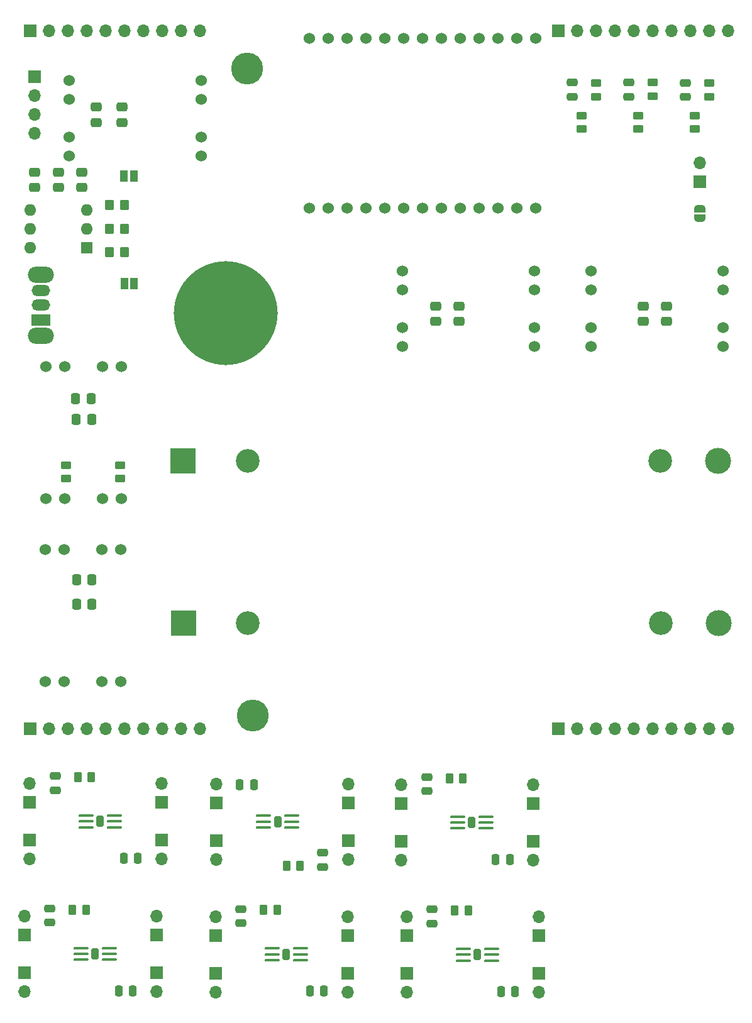
<source format=gbr>
%TF.GenerationSoftware,KiCad,Pcbnew,6.0.7-f9a2dced07~116~ubuntu20.04.1*%
%TF.CreationDate,2022-10-31T15:28:21+01:00*%
%TF.ProjectId,av_citynode_hw,61765f63-6974-4796-9e6f-64655f68772e,rev?*%
%TF.SameCoordinates,Original*%
%TF.FileFunction,Soldermask,Top*%
%TF.FilePolarity,Negative*%
%FSLAX46Y46*%
G04 Gerber Fmt 4.6, Leading zero omitted, Abs format (unit mm)*
G04 Created by KiCad (PCBNEW 6.0.7-f9a2dced07~116~ubuntu20.04.1) date 2022-10-31 15:28:21*
%MOMM*%
%LPD*%
G01*
G04 APERTURE LIST*
G04 Aperture macros list*
%AMRoundRect*
0 Rectangle with rounded corners*
0 $1 Rounding radius*
0 $2 $3 $4 $5 $6 $7 $8 $9 X,Y pos of 4 corners*
0 Add a 4 corners polygon primitive as box body*
4,1,4,$2,$3,$4,$5,$6,$7,$8,$9,$2,$3,0*
0 Add four circle primitives for the rounded corners*
1,1,$1+$1,$2,$3*
1,1,$1+$1,$4,$5*
1,1,$1+$1,$6,$7*
1,1,$1+$1,$8,$9*
0 Add four rect primitives between the rounded corners*
20,1,$1+$1,$2,$3,$4,$5,0*
20,1,$1+$1,$4,$5,$6,$7,0*
20,1,$1+$1,$6,$7,$8,$9,0*
20,1,$1+$1,$8,$9,$2,$3,0*%
%AMFreePoly0*
4,1,22,0.500000,-0.750000,0.000000,-0.750000,0.000000,-0.745033,-0.079941,-0.743568,-0.215256,-0.701293,-0.333266,-0.622738,-0.424486,-0.514219,-0.481581,-0.384460,-0.499164,-0.250000,-0.500000,-0.250000,-0.500000,0.250000,-0.499164,0.250000,-0.499963,0.256109,-0.478152,0.396186,-0.417904,0.524511,-0.324060,0.630769,-0.204165,0.706417,-0.067858,0.745374,0.000000,0.744959,0.000000,0.750000,
0.500000,0.750000,0.500000,-0.750000,0.500000,-0.750000,$1*%
%AMFreePoly1*
4,1,20,0.000000,0.744959,0.073905,0.744508,0.209726,0.703889,0.328688,0.626782,0.421226,0.519385,0.479903,0.390333,0.500000,0.250000,0.500000,-0.250000,0.499851,-0.262216,0.476331,-0.402017,0.414519,-0.529596,0.319384,-0.634700,0.198574,-0.708877,0.061801,-0.746166,0.000000,-0.745033,0.000000,-0.750000,-0.500000,-0.750000,-0.500000,0.750000,0.000000,0.750000,0.000000,0.744959,
0.000000,0.744959,$1*%
G04 Aperture macros list end*
%ADD10FreePoly0,270.000000*%
%ADD11FreePoly1,270.000000*%
%ADD12RoundRect,0.250000X0.450000X-0.262500X0.450000X0.262500X-0.450000X0.262500X-0.450000X-0.262500X0*%
%ADD13RoundRect,0.250000X0.337500X0.475000X-0.337500X0.475000X-0.337500X-0.475000X0.337500X-0.475000X0*%
%ADD14RoundRect,0.250000X0.475000X-0.250000X0.475000X0.250000X-0.475000X0.250000X-0.475000X-0.250000X0*%
%ADD15R,1.700000X1.700000*%
%ADD16O,1.700000X1.700000*%
%ADD17RoundRect,0.250000X-0.262500X-0.450000X0.262500X-0.450000X0.262500X0.450000X-0.262500X0.450000X0*%
%ADD18RoundRect,0.250000X-0.475000X0.337500X-0.475000X-0.337500X0.475000X-0.337500X0.475000X0.337500X0*%
%ADD19RoundRect,0.100000X-0.900000X-0.100000X0.900000X-0.100000X0.900000X0.100000X-0.900000X0.100000X0*%
%ADD20RoundRect,0.262500X-0.262500X-0.487500X0.262500X-0.487500X0.262500X0.487500X-0.262500X0.487500X0*%
%ADD21RoundRect,0.250000X-0.450000X0.262500X-0.450000X-0.262500X0.450000X-0.262500X0.450000X0.262500X0*%
%ADD22C,1.524000*%
%ADD23RoundRect,0.250000X0.350000X0.450000X-0.350000X0.450000X-0.350000X-0.450000X0.350000X-0.450000X0*%
%ADD24RoundRect,0.250000X-0.250000X-0.475000X0.250000X-0.475000X0.250000X0.475000X-0.250000X0.475000X0*%
%ADD25RoundRect,0.250000X-0.475000X0.250000X-0.475000X-0.250000X0.475000X-0.250000X0.475000X0.250000X0*%
%ADD26C,4.300000*%
%ADD27C,14.000000*%
%ADD28RoundRect,0.250000X0.250000X0.475000X-0.250000X0.475000X-0.250000X-0.475000X0.250000X-0.475000X0*%
%ADD29RoundRect,0.250000X0.475000X-0.337500X0.475000X0.337500X-0.475000X0.337500X-0.475000X-0.337500X0*%
%ADD30R,1.600000X1.600000*%
%ADD31O,1.600000X1.600000*%
%ADD32C,3.200000*%
%ADD33R,3.500000X3.500000*%
%ADD34C,3.500000*%
%ADD35R,1.000000X1.500000*%
%ADD36RoundRect,0.250000X0.262500X0.450000X-0.262500X0.450000X-0.262500X-0.450000X0.262500X-0.450000X0*%
%ADD37O,3.500000X2.200000*%
%ADD38R,2.500000X1.500000*%
%ADD39O,2.500000X1.500000*%
%ADD40RoundRect,0.100000X0.900000X0.100000X-0.900000X0.100000X-0.900000X-0.100000X0.900000X-0.100000X0*%
%ADD41RoundRect,0.262500X0.262500X0.487500X-0.262500X0.487500X-0.262500X-0.487500X0.262500X-0.487500X0*%
G04 APERTURE END LIST*
D10*
%TO.C,JP2*%
X62663000Y222463000D03*
D11*
X62663000Y221163000D03*
%TD*%
D12*
%TO.C,R9*%
X63933000Y237561000D03*
X63933000Y239386000D03*
%TD*%
D13*
%TO.C,C23*%
X-19141000Y169235000D03*
X-21216000Y169235000D03*
%TD*%
D14*
%TO.C,C1*%
X898000Y126259000D03*
X898000Y128159000D03*
%TD*%
%TO.C,C1*%
X25916000Y144031000D03*
X25916000Y145931000D03*
%TD*%
D15*
%TO.C,J4*%
X62663000Y226131000D03*
D16*
X62663000Y228671000D03*
%TD*%
D17*
%TO.C,R2*%
X29695000Y128008000D03*
X31520000Y128008000D03*
%TD*%
D18*
%TO.C,C4*%
X30278000Y209388500D03*
X30278000Y207313500D03*
%TD*%
D19*
%TO.C,U1*%
X-19914000Y140771000D03*
X-19914000Y139971000D03*
X-19914000Y139171000D03*
X-16114000Y139171000D03*
X-16114000Y139971000D03*
X-16114000Y140771000D03*
D20*
X-18064000Y139971000D03*
%TD*%
D12*
%TO.C,R11*%
X56313000Y237641000D03*
X56313000Y239466000D03*
%TD*%
D21*
%TO.C,R13*%
X-15374000Y187951000D03*
X-15374000Y186126000D03*
%TD*%
D19*
%TO.C,U1*%
X30866000Y122839000D03*
X30866000Y122039000D03*
X30866000Y121239000D03*
X34666000Y121239000D03*
X34666000Y122039000D03*
X34666000Y122839000D03*
D20*
X32716000Y122039000D03*
%TD*%
D15*
%TO.C,J1*%
X43613000Y246451000D03*
D16*
X46153000Y246451000D03*
X48693000Y246451000D03*
X51233000Y246451000D03*
X53773000Y246451000D03*
X56313000Y246451000D03*
X58853000Y246451000D03*
X61393000Y246451000D03*
X63933000Y246451000D03*
X66473000Y246451000D03*
%TD*%
D22*
%TO.C,U19*%
X-22232000Y239728000D03*
X-22232000Y237188000D03*
X-22232000Y232108000D03*
X-22232000Y229568000D03*
X-4452000Y229568000D03*
X-4452000Y232108000D03*
X-4452000Y237188000D03*
X-4452000Y239728000D03*
%TD*%
D12*
%TO.C,R10*%
X54408000Y233196000D03*
X54408000Y235021000D03*
%TD*%
D19*
%TO.C,U1*%
X5117000Y122863000D03*
X5117000Y122063000D03*
X5117000Y121263000D03*
X8917000Y121263000D03*
X8917000Y122063000D03*
X8917000Y122863000D03*
D20*
X6967000Y122063000D03*
%TD*%
D23*
%TO.C,R3*%
X-14807000Y216591000D03*
X-16807000Y216591000D03*
%TD*%
D14*
%TO.C,C1*%
X-24853000Y126335000D03*
X-24853000Y128235000D03*
%TD*%
D13*
%TO.C,C1*%
X-19268000Y196921000D03*
X-21343000Y196921000D03*
%TD*%
D15*
%TO.C,J7*%
X-27507000Y152471000D03*
D16*
X-24967000Y152471000D03*
X-22427000Y152471000D03*
X-19887000Y152471000D03*
X-17347000Y152471000D03*
X-14807000Y152471000D03*
X-12267000Y152471000D03*
X-9727000Y152471000D03*
X-7187000Y152471000D03*
X-4647000Y152471000D03*
%TD*%
D24*
%TO.C,C2*%
X747000Y144900000D03*
X2647000Y144900000D03*
%TD*%
D22*
%TO.C,U9*%
X40565000Y245435000D03*
X38025000Y245435000D03*
X35485000Y245435000D03*
X32945000Y245435000D03*
X30405000Y245435000D03*
X27865000Y245435000D03*
X25325000Y245435000D03*
X22785000Y245435000D03*
X20245000Y245435000D03*
X17705000Y245435000D03*
X15165000Y245435000D03*
X12625000Y245435000D03*
X10085000Y245435000D03*
X10085000Y222575000D03*
X12625000Y222575000D03*
X15165000Y222575000D03*
X17705000Y222575000D03*
X20245000Y222575000D03*
X22785000Y222575000D03*
X25325000Y222575000D03*
X27865000Y222575000D03*
X30405000Y222575000D03*
X32945000Y222575000D03*
X35485000Y222575000D03*
X38025000Y222575000D03*
X40565000Y222575000D03*
%TD*%
D25*
%TO.C,C1*%
X11918000Y135751000D03*
X11918000Y133851000D03*
%TD*%
D15*
%TO.C,J2*%
X-27507000Y246451000D03*
D16*
X-24967000Y246451000D03*
X-22427000Y246451000D03*
X-19887000Y246451000D03*
X-17347000Y246451000D03*
X-14807000Y246451000D03*
X-12267000Y246451000D03*
X-9727000Y246451000D03*
X-7187000Y246451000D03*
X-4647000Y246451000D03*
%TD*%
D17*
%TO.C,R2*%
X3946000Y128032000D03*
X5771000Y128032000D03*
%TD*%
D26*
%TO.C,H3*%
X1703000Y241371000D03*
%TD*%
%TO.C,H4*%
X2465000Y154249000D03*
%TD*%
D27*
%TO.C,H7*%
X-1141800Y208452600D03*
%TD*%
D19*
%TO.C,U1*%
X-20634000Y122939000D03*
X-20634000Y122139000D03*
X-20634000Y121339000D03*
X-16834000Y121339000D03*
X-16834000Y122139000D03*
X-16834000Y122939000D03*
D20*
X-18784000Y122139000D03*
%TD*%
D28*
%TO.C,C2*%
X-12962000Y135018000D03*
X-14862000Y135018000D03*
%TD*%
D14*
%TO.C,C22*%
X53138000Y237566000D03*
X53138000Y239466000D03*
%TD*%
%TO.C,C21*%
X60758000Y237523500D03*
X60758000Y239423500D03*
%TD*%
%TO.C,C1*%
X26647000Y126235000D03*
X26647000Y128135000D03*
%TD*%
D22*
%TO.C,U20*%
X-15247000Y176601000D03*
X-17787000Y176601000D03*
X-22867000Y176601000D03*
X-25407000Y176601000D03*
X-25407000Y158821000D03*
X-22867000Y158821000D03*
X-17787000Y158821000D03*
X-15247000Y158821000D03*
%TD*%
D14*
%TO.C,C17*%
X45518000Y237561000D03*
X45518000Y239461000D03*
%TD*%
D18*
%TO.C,C24*%
X-18549000Y236185500D03*
X-18549000Y234110500D03*
%TD*%
D12*
%TO.C,R7*%
X48693000Y237561000D03*
X48693000Y239386000D03*
%TD*%
D29*
%TO.C,C7*%
X-26872000Y225311000D03*
X-26872000Y227386000D03*
%TD*%
D17*
%TO.C,R2*%
X-21085000Y145940000D03*
X-19260000Y145940000D03*
%TD*%
D29*
%TO.C,C3*%
X-20522000Y225311000D03*
X-20522000Y227386000D03*
%TD*%
D30*
%TO.C,SW1*%
X-19897000Y217241000D03*
D31*
X-19897000Y219781000D03*
X-19897000Y222321000D03*
X-27517000Y222321000D03*
X-27517000Y219781000D03*
X-27517000Y217241000D03*
%TD*%
D19*
%TO.C,U1*%
X30135000Y140635000D03*
X30135000Y139835000D03*
X30135000Y139035000D03*
X33935000Y139035000D03*
X33935000Y139835000D03*
X33935000Y140635000D03*
D20*
X31985000Y139835000D03*
%TD*%
D12*
%TO.C,R8*%
X62028000Y233196000D03*
X62028000Y235021000D03*
%TD*%
D14*
%TO.C,C1*%
X-24133000Y144167000D03*
X-24133000Y146067000D03*
%TD*%
D13*
%TO.C,C26*%
X-19141000Y172537000D03*
X-21216000Y172537000D03*
%TD*%
D29*
%TO.C,C5*%
X-23697000Y225311000D03*
X-23697000Y227386000D03*
%TD*%
D32*
%TO.C,BT1*%
X57390000Y188539000D03*
X1780000Y188539000D03*
D33*
X-6865000Y188539000D03*
D34*
X65135000Y188539000D03*
%TD*%
D21*
%TO.C,R12*%
X-22613000Y187951000D03*
X-22613000Y186126000D03*
%TD*%
D28*
%TO.C,C2*%
X37818000Y117086000D03*
X35918000Y117086000D03*
%TD*%
%TO.C,C2*%
X12069000Y117110000D03*
X10169000Y117110000D03*
%TD*%
D32*
%TO.C,BT2*%
X1848000Y166695000D03*
X57458000Y166695000D03*
D33*
X-6797000Y166695000D03*
D34*
X65203000Y166695000D03*
%TD*%
D17*
%TO.C,R2*%
X28964000Y145804000D03*
X30789000Y145804000D03*
%TD*%
D18*
%TO.C,C25*%
X-15120000Y236185500D03*
X-15120000Y234110500D03*
%TD*%
D28*
%TO.C,C2*%
X37087000Y134882000D03*
X35187000Y134882000D03*
%TD*%
D35*
%TO.C,JP1*%
X-14837000Y226893000D03*
X-13537000Y226893000D03*
%TD*%
D36*
%TO.C,R2*%
X8870000Y133978000D03*
X7045000Y133978000D03*
%TD*%
D23*
%TO.C,R1*%
X-14807000Y222941000D03*
X-16807000Y222941000D03*
%TD*%
D18*
%TO.C,C9*%
X58218000Y209388500D03*
X58218000Y207313500D03*
%TD*%
D12*
%TO.C,R6*%
X46788000Y233196000D03*
X46788000Y235021000D03*
%TD*%
D15*
%TO.C,J6*%
X43613000Y152471000D03*
D16*
X46153000Y152471000D03*
X48693000Y152471000D03*
X51233000Y152471000D03*
X53773000Y152471000D03*
X56313000Y152471000D03*
X58853000Y152471000D03*
X61393000Y152471000D03*
X63933000Y152471000D03*
X66473000Y152471000D03*
%TD*%
D18*
%TO.C,C6*%
X27103000Y209388500D03*
X27103000Y207313500D03*
%TD*%
D37*
%TO.C,SW2*%
X-25998500Y205394000D03*
X-25998500Y213594000D03*
D38*
X-25998500Y207494000D03*
D39*
X-25998500Y209494000D03*
X-25998500Y211494000D03*
%TD*%
D13*
%TO.C,C2*%
X-19184000Y194127000D03*
X-21259000Y194127000D03*
%TD*%
D22*
%TO.C,U3*%
X48058000Y214066000D03*
X48058000Y211526000D03*
X48058000Y206446000D03*
X48058000Y203906000D03*
X65838000Y203906000D03*
X65838000Y206446000D03*
X65838000Y211526000D03*
X65838000Y214066000D03*
%TD*%
%TO.C,U2*%
X22658000Y214066000D03*
X22658000Y211526000D03*
X22658000Y206446000D03*
X22658000Y203906000D03*
X40438000Y203906000D03*
X40438000Y206446000D03*
X40438000Y211526000D03*
X40438000Y214066000D03*
%TD*%
D28*
%TO.C,C2*%
X-13682000Y117186000D03*
X-15582000Y117186000D03*
%TD*%
D35*
%TO.C,JP5*%
X-14807000Y212415000D03*
X-13507000Y212415000D03*
%TD*%
D23*
%TO.C,R2*%
X-14807000Y219766000D03*
X-16807000Y219766000D03*
%TD*%
D22*
%TO.C,U1*%
X-15239000Y201239000D03*
X-17779000Y201239000D03*
X-22859000Y201239000D03*
X-25399000Y201239000D03*
X-25399000Y183459000D03*
X-22859000Y183459000D03*
X-17779000Y183459000D03*
X-15239000Y183459000D03*
%TD*%
D40*
%TO.C,U1*%
X7699000Y139147000D03*
X7699000Y139947000D03*
X7699000Y140747000D03*
X3899000Y140747000D03*
X3899000Y139947000D03*
X3899000Y139147000D03*
D41*
X5849000Y139947000D03*
%TD*%
D15*
%TO.C,J25*%
X-26872000Y240228000D03*
D16*
X-26872000Y237688000D03*
X-26872000Y235148000D03*
X-26872000Y232608000D03*
%TD*%
D18*
%TO.C,C8*%
X55043000Y209388500D03*
X55043000Y207313500D03*
%TD*%
D17*
%TO.C,R2*%
X-21805000Y128108000D03*
X-19980000Y128108000D03*
%TD*%
D15*
%TO.C,J3*%
X-2433000Y142487000D03*
D16*
X-2433000Y145027000D03*
%TD*%
D15*
%TO.C,J4*%
X40998000Y124579000D03*
D16*
X40998000Y127119000D03*
%TD*%
D15*
%TO.C,J4*%
X-10502000Y124679000D03*
D16*
X-10502000Y127219000D03*
%TD*%
D15*
%TO.C,J1*%
X-27562000Y137431000D03*
D16*
X-27562000Y134891000D03*
%TD*%
D15*
%TO.C,J3*%
X-9782000Y137431000D03*
D16*
X-9782000Y134891000D03*
%TD*%
D15*
%TO.C,J2*%
X-28282000Y124679000D03*
D16*
X-28282000Y127219000D03*
%TD*%
D15*
%TO.C,J3*%
X-10502000Y119599000D03*
D16*
X-10502000Y117059000D03*
%TD*%
D15*
%TO.C,J4*%
X-2433000Y137407000D03*
D16*
X-2433000Y134867000D03*
%TD*%
D15*
%TO.C,J3*%
X15249000Y119523000D03*
D16*
X15249000Y116983000D03*
%TD*%
D15*
%TO.C,J4*%
X-9782000Y142511000D03*
D16*
X-9782000Y145051000D03*
%TD*%
D15*
%TO.C,J2*%
X15347000Y137407000D03*
D16*
X15347000Y134867000D03*
%TD*%
D15*
%TO.C,J1*%
X22487000Y137295000D03*
D16*
X22487000Y134755000D03*
%TD*%
D15*
%TO.C,J2*%
X-2531000Y124603000D03*
D16*
X-2531000Y127143000D03*
%TD*%
D15*
%TO.C,J1*%
X23218000Y119499000D03*
D16*
X23218000Y116959000D03*
%TD*%
D15*
%TO.C,J2*%
X-27562000Y142511000D03*
D16*
X-27562000Y145051000D03*
%TD*%
D15*
%TO.C,J1*%
X-2531000Y119523000D03*
D16*
X-2531000Y116983000D03*
%TD*%
D15*
%TO.C,J4*%
X15249000Y124603000D03*
D16*
X15249000Y127143000D03*
%TD*%
D15*
%TO.C,J2*%
X22487000Y142375000D03*
D16*
X22487000Y144915000D03*
%TD*%
D15*
%TO.C,J4*%
X40267000Y142375000D03*
D16*
X40267000Y144915000D03*
%TD*%
D15*
%TO.C,J3*%
X40998000Y119499000D03*
D16*
X40998000Y116959000D03*
%TD*%
D15*
%TO.C,J2*%
X23218000Y124579000D03*
D16*
X23218000Y127119000D03*
%TD*%
D15*
%TO.C,J3*%
X40267000Y137295000D03*
D16*
X40267000Y134755000D03*
%TD*%
D15*
%TO.C,J1*%
X-28282000Y119599000D03*
D16*
X-28282000Y117059000D03*
%TD*%
D15*
%TO.C,J1*%
X15347000Y142487000D03*
D16*
X15347000Y145027000D03*
%TD*%
M02*

</source>
